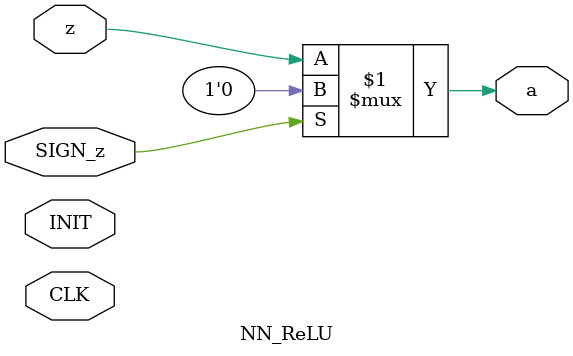
<source format=v>

module NN_ReLU(z, SIGN_z, a, CLK, INIT);

input CLK, INIT;
input z, SIGN_z;

output a;

assign a = (SIGN_z) ? 1'b0 : z;


endmodule
</source>
